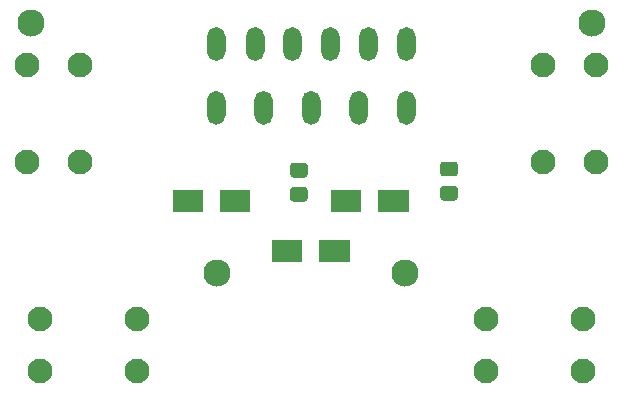
<source format=gbr>
G04 #@! TF.GenerationSoftware,KiCad,Pcbnew,(5.1.9)-1*
G04 #@! TF.CreationDate,2021-10-01T15:11:33-04:00*
G04 #@! TF.ProjectId,GBZ2,47425a32-2e6b-4696-9361-645f70636258,rev?*
G04 #@! TF.SameCoordinates,Original*
G04 #@! TF.FileFunction,Soldermask,Top*
G04 #@! TF.FilePolarity,Negative*
%FSLAX46Y46*%
G04 Gerber Fmt 4.6, Leading zero omitted, Abs format (unit mm)*
G04 Created by KiCad (PCBNEW (5.1.9)-1) date 2021-10-01 15:11:33*
%MOMM*%
%LPD*%
G01*
G04 APERTURE LIST*
%ADD10C,2.100000*%
%ADD11C,2.300000*%
G04 APERTURE END LIST*
D10*
X108025000Y-150999891D03*
X108025000Y-146569891D03*
X116225000Y-150999891D03*
X116225000Y-146569891D03*
X70275165Y-150999891D03*
X70275165Y-146569891D03*
X78475165Y-150999891D03*
X78475165Y-146569891D03*
X73630000Y-133300000D03*
X69200000Y-133300000D03*
X73630000Y-125100000D03*
X69200000Y-125100000D03*
D11*
X69500036Y-121499982D03*
X117000000Y-121499982D03*
G36*
G01*
X86000000Y-128050000D02*
X86000000Y-129350000D01*
G75*
G02*
X85200000Y-130150000I-800000J0D01*
G01*
X85200000Y-130150000D01*
G75*
G02*
X84400000Y-129350000I0J800000D01*
G01*
X84400000Y-128050000D01*
G75*
G02*
X85200000Y-127250000I800000J0D01*
G01*
X85200000Y-127250000D01*
G75*
G02*
X86000000Y-128050000I0J-800000D01*
G01*
G37*
G36*
G01*
X100500000Y-129350000D02*
X100500000Y-128050000D01*
G75*
G02*
X101300000Y-127250000I800000J0D01*
G01*
X101300000Y-127250000D01*
G75*
G02*
X102100000Y-128050000I0J-800000D01*
G01*
X102100000Y-129350000D01*
G75*
G02*
X101300000Y-130150000I-800000J0D01*
G01*
X101300000Y-130150000D01*
G75*
G02*
X100500000Y-129350000I0J800000D01*
G01*
G37*
G36*
G01*
X105378262Y-134500000D02*
X104421738Y-134500000D01*
G75*
G02*
X104150000Y-134228262I0J271738D01*
G01*
X104150000Y-133521738D01*
G75*
G02*
X104421738Y-133250000I271738J0D01*
G01*
X105378262Y-133250000D01*
G75*
G02*
X105650000Y-133521738I0J-271738D01*
G01*
X105650000Y-134228262D01*
G75*
G02*
X105378262Y-134500000I-271738J0D01*
G01*
G37*
G36*
G01*
X105378262Y-136550000D02*
X104421738Y-136550000D01*
G75*
G02*
X104150000Y-136278262I0J271738D01*
G01*
X104150000Y-135571738D01*
G75*
G02*
X104421738Y-135300000I271738J0D01*
G01*
X105378262Y-135300000D01*
G75*
G02*
X105650000Y-135571738I0J-271738D01*
G01*
X105650000Y-136278262D01*
G75*
G02*
X105378262Y-136550000I-271738J0D01*
G01*
G37*
G36*
G01*
X92678262Y-134600000D02*
X91721738Y-134600000D01*
G75*
G02*
X91450000Y-134328262I0J271738D01*
G01*
X91450000Y-133621738D01*
G75*
G02*
X91721738Y-133350000I271738J0D01*
G01*
X92678262Y-133350000D01*
G75*
G02*
X92950000Y-133621738I0J-271738D01*
G01*
X92950000Y-134328262D01*
G75*
G02*
X92678262Y-134600000I-271738J0D01*
G01*
G37*
G36*
G01*
X92678262Y-136650000D02*
X91721738Y-136650000D01*
G75*
G02*
X91450000Y-136378262I0J271738D01*
G01*
X91450000Y-135671738D01*
G75*
G02*
X91721738Y-135400000I271738J0D01*
G01*
X92678262Y-135400000D01*
G75*
G02*
X92950000Y-135671738I0J-271738D01*
G01*
X92950000Y-136378262D01*
G75*
G02*
X92678262Y-136650000I-271738J0D01*
G01*
G37*
G36*
G01*
X96470000Y-129350000D02*
X96470000Y-128050000D01*
G75*
G02*
X97270000Y-127250000I800000J0D01*
G01*
X97270000Y-127250000D01*
G75*
G02*
X98070000Y-128050000I0J-800000D01*
G01*
X98070000Y-129350000D01*
G75*
G02*
X97270000Y-130150000I-800000J0D01*
G01*
X97270000Y-130150000D01*
G75*
G02*
X96470000Y-129350000I0J800000D01*
G01*
G37*
G36*
G01*
X84400000Y-123950000D02*
X84400000Y-122650000D01*
G75*
G02*
X85200000Y-121850000I800000J0D01*
G01*
X85200000Y-121850000D01*
G75*
G02*
X86000000Y-122650000I0J-800000D01*
G01*
X86000000Y-123950000D01*
G75*
G02*
X85200000Y-124750000I-800000J0D01*
G01*
X85200000Y-124750000D01*
G75*
G02*
X84400000Y-123950000I0J800000D01*
G01*
G37*
G36*
G01*
X87700000Y-123950000D02*
X87700000Y-122650000D01*
G75*
G02*
X88500000Y-121850000I800000J0D01*
G01*
X88500000Y-121850000D01*
G75*
G02*
X89300000Y-122650000I0J-800000D01*
G01*
X89300000Y-123950000D01*
G75*
G02*
X88500000Y-124750000I-800000J0D01*
G01*
X88500000Y-124750000D01*
G75*
G02*
X87700000Y-123950000I0J800000D01*
G01*
G37*
G36*
G01*
X97280000Y-123950000D02*
X97280000Y-122650000D01*
G75*
G02*
X98080000Y-121850000I800000J0D01*
G01*
X98080000Y-121850000D01*
G75*
G02*
X98880000Y-122650000I0J-800000D01*
G01*
X98880000Y-123950000D01*
G75*
G02*
X98080000Y-124750000I-800000J0D01*
G01*
X98080000Y-124750000D01*
G75*
G02*
X97280000Y-123950000I0J800000D01*
G01*
G37*
G36*
G01*
X100500000Y-123950000D02*
X100500000Y-122650000D01*
G75*
G02*
X101300000Y-121850000I800000J0D01*
G01*
X101300000Y-121850000D01*
G75*
G02*
X102100000Y-122650000I0J-800000D01*
G01*
X102100000Y-123950000D01*
G75*
G02*
X101300000Y-124750000I-800000J0D01*
G01*
X101300000Y-124750000D01*
G75*
G02*
X100500000Y-123950000I0J800000D01*
G01*
G37*
G36*
G01*
X94060000Y-123950000D02*
X94060000Y-122650000D01*
G75*
G02*
X94860000Y-121850000I800000J0D01*
G01*
X94860000Y-121850000D01*
G75*
G02*
X95660000Y-122650000I0J-800000D01*
G01*
X95660000Y-123950000D01*
G75*
G02*
X94860000Y-124750000I-800000J0D01*
G01*
X94860000Y-124750000D01*
G75*
G02*
X94060000Y-123950000I0J800000D01*
G01*
G37*
G36*
G01*
X90840000Y-123950000D02*
X90840000Y-122650000D01*
G75*
G02*
X91640000Y-121850000I800000J0D01*
G01*
X91640000Y-121850000D01*
G75*
G02*
X92440000Y-122650000I0J-800000D01*
G01*
X92440000Y-123950000D01*
G75*
G02*
X91640000Y-124750000I-800000J0D01*
G01*
X91640000Y-124750000D01*
G75*
G02*
X90840000Y-123950000I0J800000D01*
G01*
G37*
G36*
G01*
X92440000Y-129350000D02*
X92440000Y-128050000D01*
G75*
G02*
X93240000Y-127250000I800000J0D01*
G01*
X93240000Y-127250000D01*
G75*
G02*
X94040000Y-128050000I0J-800000D01*
G01*
X94040000Y-129350000D01*
G75*
G02*
X93240000Y-130150000I-800000J0D01*
G01*
X93240000Y-130150000D01*
G75*
G02*
X92440000Y-129350000I0J800000D01*
G01*
G37*
G36*
G01*
X88410000Y-129350000D02*
X88410000Y-128050000D01*
G75*
G02*
X89210000Y-127250000I800000J0D01*
G01*
X89210000Y-127250000D01*
G75*
G02*
X90010000Y-128050000I0J-800000D01*
G01*
X90010000Y-129350000D01*
G75*
G02*
X89210000Y-130150000I-800000J0D01*
G01*
X89210000Y-130150000D01*
G75*
G02*
X88410000Y-129350000I0J800000D01*
G01*
G37*
G36*
G01*
X92500000Y-139900000D02*
X92500000Y-141700000D01*
G75*
G02*
X92450000Y-141750000I-50000J0D01*
G01*
X89950000Y-141750000D01*
G75*
G02*
X89900000Y-141700000I0J50000D01*
G01*
X89900000Y-139900000D01*
G75*
G02*
X89950000Y-139850000I50000J0D01*
G01*
X92450000Y-139850000D01*
G75*
G02*
X92500000Y-139900000I0J-50000D01*
G01*
G37*
G36*
G01*
X96500000Y-139900000D02*
X96500000Y-141700000D01*
G75*
G02*
X96450000Y-141750000I-50000J0D01*
G01*
X93950000Y-141750000D01*
G75*
G02*
X93900000Y-141700000I0J50000D01*
G01*
X93900000Y-139900000D01*
G75*
G02*
X93950000Y-139850000I50000J0D01*
G01*
X96450000Y-139850000D01*
G75*
G02*
X96500000Y-139900000I0J-50000D01*
G01*
G37*
G36*
G01*
X84100000Y-135700000D02*
X84100000Y-137500000D01*
G75*
G02*
X84050000Y-137550000I-50000J0D01*
G01*
X81550000Y-137550000D01*
G75*
G02*
X81500000Y-137500000I0J50000D01*
G01*
X81500000Y-135700000D01*
G75*
G02*
X81550000Y-135650000I50000J0D01*
G01*
X84050000Y-135650000D01*
G75*
G02*
X84100000Y-135700000I0J-50000D01*
G01*
G37*
G36*
G01*
X88100000Y-135700000D02*
X88100000Y-137500000D01*
G75*
G02*
X88050000Y-137550000I-50000J0D01*
G01*
X85550000Y-137550000D01*
G75*
G02*
X85500000Y-137500000I0J50000D01*
G01*
X85500000Y-135700000D01*
G75*
G02*
X85550000Y-135650000I50000J0D01*
G01*
X88050000Y-135650000D01*
G75*
G02*
X88100000Y-135700000I0J-50000D01*
G01*
G37*
G36*
G01*
X98900000Y-137500000D02*
X98900000Y-135700000D01*
G75*
G02*
X98950000Y-135650000I50000J0D01*
G01*
X101450000Y-135650000D01*
G75*
G02*
X101500000Y-135700000I0J-50000D01*
G01*
X101500000Y-137500000D01*
G75*
G02*
X101450000Y-137550000I-50000J0D01*
G01*
X98950000Y-137550000D01*
G75*
G02*
X98900000Y-137500000I0J50000D01*
G01*
G37*
G36*
G01*
X94900000Y-137500000D02*
X94900000Y-135700000D01*
G75*
G02*
X94950000Y-135650000I50000J0D01*
G01*
X97450000Y-135650000D01*
G75*
G02*
X97500000Y-135700000I0J-50000D01*
G01*
X97500000Y-137500000D01*
G75*
G02*
X97450000Y-137550000I-50000J0D01*
G01*
X94950000Y-137550000D01*
G75*
G02*
X94900000Y-137500000I0J50000D01*
G01*
G37*
X101225151Y-142675245D03*
X85275151Y-142675245D03*
D10*
X117314800Y-133299938D03*
X112884800Y-133299938D03*
X117314800Y-125099938D03*
X112884800Y-125099938D03*
M02*

</source>
